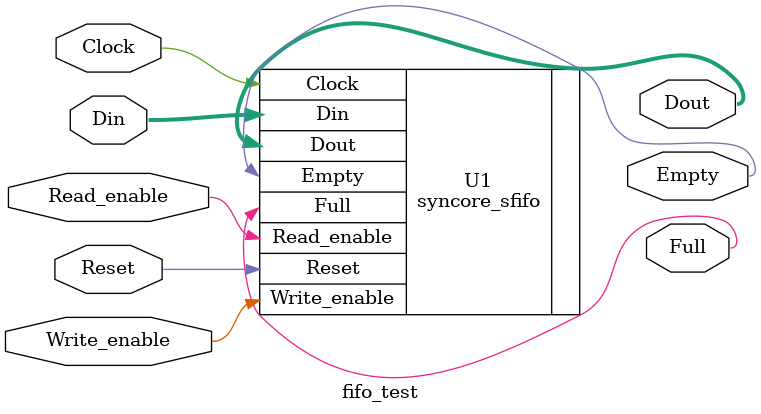
<source format=v>
 
`timescale 1ns/100ps
 module fifo_test 
 	 	 	 (
 	 	 	    Reset 
 	 	 	  , Clock 
 	 	 	  , Din 
 	 	 	  , Write_enable 
 	 	 	  , Read_enable 
 	 	 	  , Dout 
 	 	 	  , Full 
 	 	 	  , Empty 
 	 	 	 ) ;
 
parameter WIDTH = 11 ;
parameter DEPTH = 13 ;
parameter FULL_FLAG_SENSE = 1 ;
parameter EMPTY_FLAG_SENSE = 1 ;
 
parameter HIGH        = 1'b1 ;
parameter LOW         = 1'b1 ;
parameter ADDR_WIDTH  = clog2(DEPTH) ;
parameter CNT_WIDTH   = ADDR_WIDTH + 1 ;
 
input                       Reset ;
input                       Clock ;
input [WIDTH-1:0]           Din ;
input                       Write_enable ;
input                       Read_enable ;
output [WIDTH-1:0]          Dout ;
output                 Full ;
output                 Empty ;
 
syncore_sfifo #( 
                  .WIDTH(WIDTH) 
                 ,.DEPTH(DEPTH) 
                 ,.FULL_FLAG_SENSE(FULL_FLAG_SENSE) 
                 ,.EMPTY_FLAG_SENSE(EMPTY_FLAG_SENSE) 
           )
 U1        (
                .Reset(Reset) 
               ,.Clock(Clock) 
               ,.Din(Din) 
               ,.Write_enable(Write_enable) 
               ,.Read_enable(Read_enable) 
               ,.Dout(Dout) 
               ,.Full(Full) 
               ,.Empty(Empty) 
	         ); 
 
function integer find_ones ;
input [31:0] value ;
integer i ;
  begin 
    find_ones=0 ;
    for (i=0; i<32 ; i=i+1) 
      find_ones = find_ones + value[i] ;
  end 
endfunction 
 
function integer clog2 ;
input [31:0] value ;
begin 
  if(find_ones(value) > 1) 
     clog2 = clog2_main(value) + 1 ;
  else 
     clog2 = clog2_main(value) ;
end 
endfunction 
 
function integer clog2_main ;
input [31:0] value ;
  for (clog2_main=0; value>1; clog2_main=clog2_main+1) 
    value = value>>1 ;
endfunction
 
endmodule 

</source>
